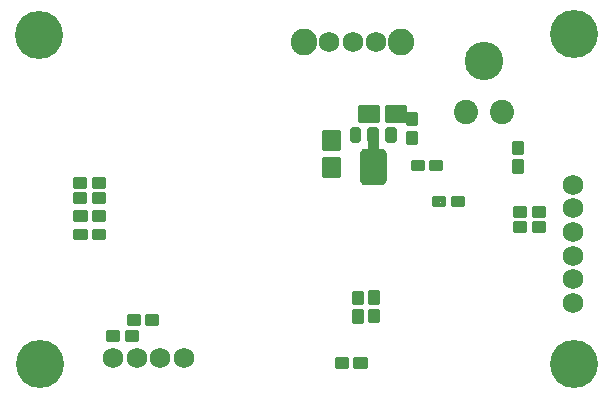
<source format=gbs>
*
*
G04 PADS 9.3.1 Build Number: 456998 generated Gerber (RS-274-X) file*
G04 PC Version=2.1*
*
%IN "air_ssi_rev2_1.pcb"*%
*
%MOIN*%
*
%FSLAX35Y35*%
*
*
*
*
G04 PC Standard Apertures*
*
*
G04 Thermal Relief Aperture macro.*
%AMTER*
1,1,$1,0,0*
1,0,$1-$2,0,0*
21,0,$3,$4,0,0,45*
21,0,$3,$4,0,0,135*
%
*
*
G04 Annular Aperture macro.*
%AMANN*
1,1,$1,0,0*
1,0,$2,0,0*
%
*
*
G04 Odd Aperture macro.*
%AMODD*
1,1,$1,0,0*
1,0,$1-0.005,0,0*
%
*
*
G04 PC Custom Aperture Macros*
*
*
*
*
*
*
G04 PC Aperture Table*
*
%ADD010C,0.001*%
%ADD019C,0.01*%
%ADD024C,0.016*%
%ADD032C,0.014*%
%ADD033C,0.06906*%
%ADD034C,0.08874*%
%ADD035C,0.08087*%
%ADD036C,0.12811*%
%ADD044C,0.02181*%
%ADD045C,0.16*%
*
*
*
*
G04 PC Circuitry*
G04 Layer Name air_ssi_rev2_1.pcb - circuitry*
%LPD*%
*
*
G04 PC Custom Flashes*
G04 Layer Name air_ssi_rev2_1.pcb - flashes*
%LPD*%
*
*
G04 PC Circuitry*
G04 Layer Name air_ssi_rev2_1.pcb - circuitry*
%LPD*%
*
G54D10*
G54D19*
G01X219528Y186400D02*
X222283D01*
Y177502*
X219528*
Y186400*
X220000Y177502D02*
Y186400D01*
X220500Y177502D02*
Y186400D01*
X221000Y177502D02*
Y186400D01*
X221500Y177502D02*
Y186400D01*
X222000Y177502D02*
Y186400D01*
X224843Y171046D02*
X224055Y170258D01*
X217756*
X216969Y171046*
Y180298*
X217756Y181085*
X224055*
X224843Y180298*
Y171046*
X217000Y171014D02*
Y180329D01*
X217500Y170514D02*
Y180829D01*
X218000Y170258D02*
Y181085D01*
X218500Y170258D02*
Y181085D01*
X219000Y170258D02*
Y181085D01*
X219500Y170258D02*
Y181085D01*
X220000Y170258D02*
Y181085D01*
X220500Y170258D02*
Y181085D01*
X221000Y170258D02*
Y181085D01*
X221500Y170258D02*
Y181085D01*
X222000Y170258D02*
Y181085D01*
X222500Y170258D02*
Y181085D01*
X223000Y170258D02*
Y181085D01*
X223500Y170258D02*
Y181085D01*
X224000Y170258D02*
Y181085D01*
X224500Y170703D02*
Y180640D01*
G54D24*
X204800Y178200D02*
X209200D01*
Y172800*
X204800*
Y178200*
Y173600D02*
X209200D01*
X204800Y175200D02*
X209200D01*
X204800Y176800D02*
X209200D01*
X205600Y172800D02*
Y178200D01*
X207200Y172800D02*
Y178200D01*
X208800Y172800D02*
Y178200D01*
X204800Y187200D02*
X209200D01*
Y181800*
X204800*
Y187200*
Y183200D02*
X209200D01*
X204800Y184800D02*
X209200D01*
X204800Y186400D02*
X209200D01*
X205600Y181800D02*
Y187200D01*
X207200Y181800D02*
Y187200D01*
X208800Y181800D02*
Y187200D01*
X225800Y191200D02*
Y195600D01*
X231200*
Y191200*
X225800*
X231200*
X225800Y192800D02*
X231200D01*
X225800Y194400D02*
X231200D01*
X226400Y191200D02*
Y195600D01*
X228000Y191200D02*
Y195600D01*
X229600Y191200D02*
Y195600D01*
X231200Y191200D02*
Y195600D01*
X216800Y191200D02*
Y195600D01*
X222200*
Y191200*
X216800*
X222200*
X216800Y192800D02*
X222200D01*
X216800Y194400D02*
X222200D01*
X216800Y191200D02*
Y195600D01*
X218400Y191200D02*
Y195600D01*
X220000Y191200D02*
Y195600D01*
X221600Y191200D02*
Y195600D01*
G54D32*
X220000Y127500D02*
X222600D01*
Y124100*
X220000*
Y127500*
Y125200D02*
X222600D01*
X220000Y126600D02*
X222600D01*
X220400Y124100D02*
Y127500D01*
X221800Y124100D02*
Y127500D01*
X220000Y133700D02*
X222600D01*
Y130300*
X220000*
Y133700*
Y130800D02*
X222600D01*
X220000Y132200D02*
X222600D01*
X220000Y133600D02*
X222600D01*
X220400Y130300D02*
Y133700D01*
X221800Y130300D02*
Y133700D01*
X138900Y117900D02*
Y120500D01*
X142300*
Y117900*
X138900*
Y118200D02*
X142300D01*
X138900Y119600D02*
X142300D01*
X139200Y117900D02*
Y120500D01*
X140600Y117900D02*
Y120500D01*
X142000Y117900D02*
Y120500D01*
X132700Y117900D02*
Y120500D01*
X136100*
Y117900*
X132700*
Y118200D02*
X136100D01*
X132700Y119600D02*
X136100D01*
X133600Y117900D02*
Y120500D01*
X135000Y117900D02*
Y120500D01*
X267900Y177400D02*
X270500D01*
Y174000*
X267900*
Y177400*
Y174200D02*
X270500D01*
X267900Y175600D02*
X270500D01*
X267900Y177000D02*
X270500D01*
X268000Y174000D02*
Y177400D01*
X269400Y174000D02*
Y177400D01*
X267900Y183600D02*
X270500D01*
Y180200*
X267900*
Y183600*
Y181200D02*
X270500D01*
X267900Y182600D02*
X270500D01*
X268000Y180200D02*
Y183600D01*
X269400Y180200D02*
Y183600D01*
X244700Y165300D02*
Y162700D01*
X241300*
Y165300*
X244700*
X241300Y163000D02*
X244700D01*
X241300Y164400D02*
X244700D01*
X241400Y162700D02*
Y165300D01*
X242800Y162700D02*
Y165300D01*
X244200Y162700D02*
Y165300D01*
X250900D02*
Y162700D01*
X247500*
Y165300*
X250900*
X247500Y163000D02*
X250900D01*
X247500Y164400D02*
X250900D01*
X248400Y162700D02*
Y165300D01*
X249800Y162700D02*
Y165300D01*
X240400Y174700D02*
Y177300D01*
X243800*
Y174700*
X240400*
Y175600D02*
X243800D01*
X240400Y177000D02*
X243800D01*
X241400Y174700D02*
Y177300D01*
X242800Y174700D02*
Y177300D01*
X234200Y174700D02*
Y177300D01*
X237600*
Y174700*
X234200*
Y175600D02*
X237600D01*
X234200Y177000D02*
X237600D01*
X234400Y174700D02*
Y177300D01*
X235800Y174700D02*
Y177300D01*
X237200Y174700D02*
Y177300D01*
X232700Y187000D02*
X235300D01*
Y183600*
X232700*
Y187000*
Y184000D02*
X235300D01*
X232700Y185400D02*
X235300D01*
X232700Y186800D02*
X235300D01*
X233000Y183600D02*
Y187000D01*
X234400Y183600D02*
Y187000D01*
X232700Y193200D02*
X235300D01*
Y189800*
X232700*
Y193200*
Y191000D02*
X235300D01*
X232700Y192400D02*
X235300D01*
X233000Y189800D02*
Y193200D01*
X234400Y189800D02*
Y193200D01*
X274600Y159300D02*
Y161900D01*
X278000*
Y159300*
X274600*
Y160200D02*
X278000D01*
X274600Y161600D02*
X278000D01*
X275000Y159300D02*
Y161900D01*
X276400Y159300D02*
Y161900D01*
X277800Y159300D02*
Y161900D01*
X268400Y159300D02*
Y161900D01*
X271800*
Y159300*
X268400*
Y160200D02*
X271800D01*
X268400Y161600D02*
X271800D01*
X269400Y159300D02*
Y161900D01*
X270800Y159300D02*
Y161900D01*
X271800Y156900D02*
Y154300D01*
X268400*
Y156900*
X271800*
X268400Y154600D02*
X271800D01*
X268400Y156000D02*
X271800D01*
X269400Y154300D02*
Y156900D01*
X270800Y154300D02*
Y156900D01*
X278000D02*
Y154300D01*
X274600*
Y156900*
X278000*
X274600Y154600D02*
X278000D01*
X274600Y156000D02*
X278000D01*
X275000Y154300D02*
Y156900D01*
X276400Y154300D02*
Y156900D01*
X277800Y154300D02*
Y156900D01*
X217200Y130200D02*
X214600D01*
Y133600*
X217200*
Y130200*
X214600Y130800D02*
X217200D01*
X214600Y132200D02*
X217200D01*
X214600Y133600D02*
X217200D01*
X214800Y130200D02*
Y133600D01*
X216200Y130200D02*
Y133600D01*
X217200Y124000D02*
X214600D01*
Y127400*
X217200*
Y124000*
X214600Y125200D02*
X217200D01*
X214600Y126600D02*
X217200D01*
X214800Y124000D02*
Y127400D01*
X216200Y124000D02*
Y127400D01*
X125200Y160400D02*
Y157800D01*
X121800*
Y160400*
X125200*
X121800Y158800D02*
X125200D01*
X121800Y160200D02*
X125200D01*
X122400Y157800D02*
Y160400D01*
X123800Y157800D02*
Y160400D01*
X125200Y157800D02*
Y160400D01*
X131400D02*
Y157800D01*
X128000*
Y160400*
X131400*
X128000Y158800D02*
X131400D01*
X128000Y160200D02*
X131400D01*
X128000Y157800D02*
Y160400D01*
X129400Y157800D02*
Y160400D01*
X130800Y157800D02*
Y160400D01*
X125200Y154300D02*
Y151700D01*
X121800*
Y154300*
X125200*
X121800Y151800D02*
X125200D01*
X121800Y153200D02*
X125200D01*
X122400Y151700D02*
Y154300D01*
X123800Y151700D02*
Y154300D01*
X125200Y151700D02*
Y154300D01*
X131400D02*
Y151700D01*
X128000*
Y154300*
X131400*
X128000Y151800D02*
X131400D01*
X128000Y153200D02*
X131400D01*
X128000Y151700D02*
Y154300D01*
X129400Y151700D02*
Y154300D01*
X130800Y151700D02*
Y154300D01*
X125100Y166600D02*
Y164000D01*
X121700*
Y166600*
X125100*
X121700Y164400D02*
X125100D01*
X121700Y165800D02*
X125100D01*
X122400Y164000D02*
Y166600D01*
X123800Y164000D02*
Y166600D01*
X131300D02*
Y164000D01*
X127900*
Y166600*
X131300*
X127900Y164400D02*
X131300D01*
X127900Y165800D02*
X131300D01*
X128000Y164000D02*
Y166600D01*
X129400Y164000D02*
Y166600D01*
X130800Y164000D02*
Y166600D01*
X125100Y171600D02*
Y169000D01*
X121700*
Y171600*
X125100*
X121700Y170000D02*
X125100D01*
X121700Y171400D02*
X125100D01*
X122400Y169000D02*
Y171600D01*
X123800Y169000D02*
Y171600D01*
X131300D02*
Y169000D01*
X127900*
Y171600*
X131300*
X127900Y170000D02*
X131300D01*
X127900Y171400D02*
X131300D01*
X128000Y169000D02*
Y171600D01*
X129400Y169000D02*
Y171600D01*
X130800Y169000D02*
Y171600D01*
X215100Y108900D02*
Y111500D01*
X218500*
Y108900*
X215100*
Y109800D02*
X218500D01*
X215100Y111200D02*
X218500D01*
X216200Y108900D02*
Y111500D01*
X217600Y108900D02*
Y111500D01*
X208900Y108900D02*
Y111500D01*
X212300*
Y108900*
X208900*
Y109800D02*
X212300D01*
X208900Y111200D02*
X212300D01*
X209200Y108900D02*
Y111500D01*
X210600Y108900D02*
Y111500D01*
X212000Y108900D02*
Y111500D01*
X142900Y125900D02*
Y123300D01*
X139500*
Y125900*
X142900*
X139500Y123800D02*
X142900D01*
X139500Y125200D02*
X142900D01*
X140600Y123300D02*
Y125900D01*
X142000Y123300D02*
Y125900D01*
X149100D02*
Y123300D01*
X145700*
Y125900*
X149100*
X145700Y123800D02*
X149100D01*
X145700Y125200D02*
X149100D01*
X146200Y123300D02*
Y125900D01*
X147600Y123300D02*
Y125900D01*
X149000Y123300D02*
Y125900D01*
G54D33*
X222100Y217200D03*
X214226D03*
X206352D03*
X158000Y112000D03*
X150126D03*
X142252D03*
X134378D03*
X287700Y169570D03*
Y161696D03*
Y153822D03*
Y145948D03*
Y138074D03*
Y130200D03*
G54D34*
X198084Y217200D03*
X230368D03*
G54D35*
X252094Y193992D03*
X263906D03*
G54D36*
X258000Y211000D03*
G54D44*
X214213Y187975D02*
X215787D01*
Y184825*
X214213*
Y187975*
Y185063D02*
X215787D01*
X214213Y187244D02*
X215787D01*
X215598Y184825D02*
Y187975D01*
X220118D02*
X221693D01*
Y184825*
X220118*
Y187975*
Y185063D02*
X221693D01*
X220118Y187244D02*
X221693D01*
X226024Y187975D02*
X227598D01*
Y184825*
X226024*
Y187975*
Y185063D02*
X227598D01*
X226024Y187244D02*
X227598D01*
X226504Y184825D02*
Y187975D01*
G54D45*
X109500Y219600D03*
X288000Y220000D03*
X110000Y110000D03*
X288000D03*
X0Y0D02*
M02*

</source>
